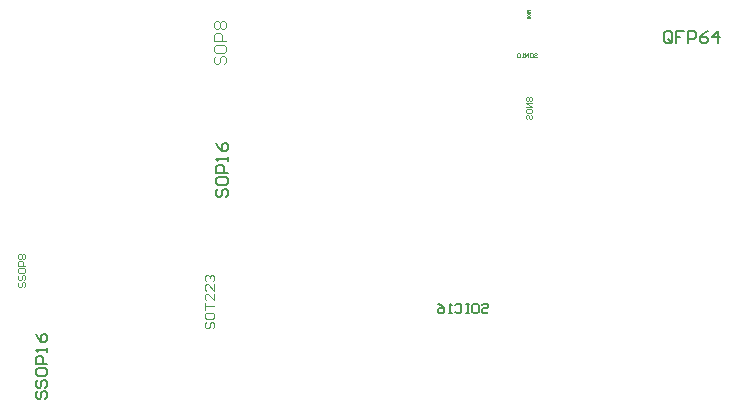
<source format=gm1>
G04*
G04 #@! TF.GenerationSoftware,Altium Limited,Altium Designer,21.2.2 (38)*
G04*
G04 Layer_Color=16711935*
%FSLAX25Y25*%
%MOIN*%
G70*
G04*
G04 #@! TF.SameCoordinates,8CE579DD-E24D-4BF9-88A6-D400C93C7681*
G04*
G04*
G04 #@! TF.FilePolarity,Positive*
G04*
G01*
G75*
%ADD123C,0.00300*%
%ADD124C,0.00200*%
%ADD125C,0.00197*%
%ADD126C,0.00591*%
%ADD127C,0.00700*%
%ADD128C,0.00394*%
D123*
X185721Y131549D02*
X186055Y131216D01*
Y130550D01*
X185721Y130217D01*
X185388D01*
X185055Y130550D01*
Y131216D01*
X184722Y131549D01*
X184388D01*
X184055Y131216D01*
Y130550D01*
X184388Y130217D01*
X186055Y133216D02*
Y132549D01*
X185721Y132216D01*
X184388D01*
X184055Y132549D01*
Y133216D01*
X184388Y133549D01*
X185721D01*
X186055Y133216D01*
X184055Y134215D02*
X186055D01*
X184055Y135548D01*
X186055D01*
X185721Y136215D02*
X186055Y136548D01*
Y137214D01*
X185721Y137548D01*
X185388D01*
X185055Y137214D01*
X184722Y137548D01*
X184388D01*
X184055Y137214D01*
Y136548D01*
X184388Y136215D01*
X184722D01*
X185055Y136548D01*
X185388Y136215D01*
X185721D01*
X185055Y136548D02*
Y137214D01*
D124*
X186894Y152037D02*
X187144Y152287D01*
X187644D01*
X187894Y152037D01*
Y151787D01*
X187644Y151537D01*
X187144D01*
X186894Y151287D01*
Y151037D01*
X187144Y150787D01*
X187644D01*
X187894Y151037D01*
X185644Y152287D02*
X186144D01*
X186394Y152037D01*
Y151037D01*
X186144Y150787D01*
X185644D01*
X185395Y151037D01*
Y152037D01*
X185644Y152287D01*
X184895Y150787D02*
Y152287D01*
X183895Y150787D01*
Y152287D01*
X183395Y150787D02*
X182895D01*
X183145D01*
Y152287D01*
X183395Y152037D01*
X182146D02*
X181896Y152287D01*
X181396D01*
X181146Y152037D01*
Y151037D01*
X181396Y150787D01*
X181896D01*
X182146Y151037D01*
Y152037D01*
D125*
X185195Y164379D02*
X185327Y164248D01*
Y163986D01*
X185195Y163854D01*
X185064D01*
X184933Y163986D01*
Y164248D01*
X184802Y164379D01*
X184671D01*
X184539Y164248D01*
Y163986D01*
X184671Y163854D01*
X185327Y165035D02*
Y164773D01*
X185195Y164641D01*
X184671D01*
X184539Y164773D01*
Y165035D01*
X184671Y165166D01*
X185195D01*
X185327Y165035D01*
X184539Y165429D02*
X185327D01*
X184539Y165953D01*
X185327D01*
Y166741D02*
X185195Y166478D01*
X184933Y166216D01*
X184671D01*
X184539Y166347D01*
Y166609D01*
X184671Y166741D01*
X184802D01*
X184933Y166609D01*
Y166216D01*
D126*
X169456Y68175D02*
X169981Y68700D01*
X171030D01*
X171555Y68175D01*
Y67650D01*
X171030Y67125D01*
X169981D01*
X169456Y66601D01*
Y66076D01*
X169981Y65551D01*
X171030D01*
X171555Y66076D01*
X166832Y68700D02*
X167882D01*
X168406Y68175D01*
Y66076D01*
X167882Y65551D01*
X166832D01*
X166307Y66076D01*
Y68175D01*
X166832Y68700D01*
X165258D02*
X164208D01*
X164733D01*
Y65551D01*
X165258D01*
X164208D01*
X160535Y68175D02*
X161060Y68700D01*
X162109D01*
X162634Y68175D01*
Y66076D01*
X162109Y65551D01*
X161060D01*
X160535Y66076D01*
X159485Y65551D02*
X158436D01*
X158961D01*
Y68700D01*
X159485Y68175D01*
X154763Y68700D02*
X155812Y68175D01*
X156862Y67125D01*
Y66076D01*
X156337Y65551D01*
X155287D01*
X154763Y66076D01*
Y66601D01*
X155287Y67125D01*
X156862D01*
X21342Y39431D02*
X20686Y38775D01*
Y37463D01*
X21342Y36807D01*
X21998D01*
X22654Y37463D01*
Y38775D01*
X23310Y39431D01*
X23966D01*
X24622Y38775D01*
Y37463D01*
X23966Y36807D01*
X21342Y43367D02*
X20686Y42711D01*
Y41399D01*
X21342Y40743D01*
X21998D01*
X22654Y41399D01*
Y42711D01*
X23310Y43367D01*
X23966D01*
X24622Y42711D01*
Y41399D01*
X23966Y40743D01*
X20686Y46646D02*
Y45335D01*
X21342Y44679D01*
X23966D01*
X24622Y45335D01*
Y46646D01*
X23966Y47302D01*
X21342D01*
X20686Y46646D01*
X24622Y48614D02*
X20686D01*
Y50582D01*
X21342Y51238D01*
X22654D01*
X23310Y50582D01*
Y48614D01*
X24622Y52550D02*
Y53862D01*
Y53206D01*
X20686D01*
X21342Y52550D01*
X20686Y58454D02*
X21342Y57142D01*
X22654Y55830D01*
X23966D01*
X24622Y56486D01*
Y57798D01*
X23966Y58454D01*
X23310D01*
X22654Y57798D01*
Y55830D01*
D127*
X232886Y156147D02*
Y158813D01*
X232220Y159479D01*
X230887D01*
X230221Y158813D01*
Y156147D01*
X230887Y155480D01*
X232220D01*
X231553Y156813D02*
X232886Y155480D01*
X232220D02*
X232886Y156147D01*
X236885Y159479D02*
X234219D01*
Y157480D01*
X235552D01*
X234219D01*
Y155480D01*
X238218D02*
Y159479D01*
X240217D01*
X240884Y158813D01*
Y157480D01*
X240217Y156813D01*
X238218D01*
X244882Y159479D02*
X243549Y158813D01*
X242217Y157480D01*
Y156147D01*
X242883Y155480D01*
X244216D01*
X244882Y156147D01*
Y156813D01*
X244216Y157480D01*
X242217D01*
X248215Y155480D02*
Y159479D01*
X246215Y157480D01*
X248881D01*
X81345Y106902D02*
X80678Y106236D01*
Y104903D01*
X81345Y104236D01*
X82011D01*
X82678Y104903D01*
Y106236D01*
X83344Y106902D01*
X84011D01*
X84677Y106236D01*
Y104903D01*
X84011Y104236D01*
X80678Y110234D02*
Y108901D01*
X81345Y108235D01*
X84011D01*
X84677Y108901D01*
Y110234D01*
X84011Y110901D01*
X81345D01*
X80678Y110234D01*
X84677Y112234D02*
X80678D01*
Y114233D01*
X81345Y114899D01*
X82678D01*
X83344Y114233D01*
Y112234D01*
X84677Y116232D02*
Y117565D01*
Y116899D01*
X80678D01*
X81345Y116232D01*
X80678Y122230D02*
X81345Y120897D01*
X82678Y119565D01*
X84011D01*
X84677Y120231D01*
Y121564D01*
X84011Y122230D01*
X83344D01*
X82678Y121564D01*
Y119565D01*
D128*
X80897Y151104D02*
X80241Y150448D01*
Y149136D01*
X80897Y148480D01*
X81553D01*
X82209Y149136D01*
Y150448D01*
X82865Y151104D01*
X83521D01*
X84177Y150448D01*
Y149136D01*
X83521Y148480D01*
X80241Y154384D02*
Y153072D01*
X80897Y152416D01*
X83521D01*
X84177Y153072D01*
Y154384D01*
X83521Y155040D01*
X80897D01*
X80241Y154384D01*
X84177Y156352D02*
X80241D01*
Y158320D01*
X80897Y158976D01*
X82209D01*
X82865Y158320D01*
Y156352D01*
X80897Y160287D02*
X80241Y160943D01*
Y162255D01*
X80897Y162911D01*
X81553D01*
X82209Y162255D01*
X82865Y162911D01*
X83521D01*
X84177Y162255D01*
Y160943D01*
X83521Y160287D01*
X82865D01*
X82209Y160943D01*
X81553Y160287D01*
X80897D01*
X82209Y160943D02*
Y162255D01*
X15280Y75814D02*
X14887Y75421D01*
Y74634D01*
X15280Y74240D01*
X15674D01*
X16067Y74634D01*
Y75421D01*
X16461Y75814D01*
X16854D01*
X17248Y75421D01*
Y74634D01*
X16854Y74240D01*
X15280Y78176D02*
X14887Y77782D01*
Y76995D01*
X15280Y76602D01*
X15674D01*
X16067Y76995D01*
Y77782D01*
X16461Y78176D01*
X16854D01*
X17248Y77782D01*
Y76995D01*
X16854Y76602D01*
X14887Y80144D02*
Y79357D01*
X15280Y78963D01*
X16854D01*
X17248Y79357D01*
Y80144D01*
X16854Y80537D01*
X15280D01*
X14887Y80144D01*
X17248Y81324D02*
X14887D01*
Y82505D01*
X15280Y82899D01*
X16067D01*
X16461Y82505D01*
Y81324D01*
X15280Y83686D02*
X14887Y84079D01*
Y84867D01*
X15280Y85260D01*
X15674D01*
X16067Y84867D01*
X16461Y85260D01*
X16854D01*
X17248Y84867D01*
Y84079D01*
X16854Y83686D01*
X16461D01*
X16067Y84079D01*
X15674Y83686D01*
X15280D01*
X16067Y84079D02*
Y84867D01*
X77616Y62528D02*
X77092Y62003D01*
Y60954D01*
X77616Y60429D01*
X78141D01*
X78666Y60954D01*
Y62003D01*
X79191Y62528D01*
X79715D01*
X80240Y62003D01*
Y60954D01*
X79715Y60429D01*
X77092Y65152D02*
Y64103D01*
X77616Y63578D01*
X79715D01*
X80240Y64103D01*
Y65152D01*
X79715Y65677D01*
X77616D01*
X77092Y65152D01*
Y66726D02*
Y68825D01*
Y67776D01*
X80240D01*
Y71974D02*
Y69875D01*
X78141Y71974D01*
X77616D01*
X77092Y71449D01*
Y70400D01*
X77616Y69875D01*
X80240Y75123D02*
Y73023D01*
X78141Y75123D01*
X77616D01*
X77092Y74598D01*
Y73548D01*
X77616Y73023D01*
Y76172D02*
X77092Y76697D01*
Y77746D01*
X77616Y78271D01*
X78141D01*
X78666Y77746D01*
Y77222D01*
Y77746D01*
X79191Y78271D01*
X79715D01*
X80240Y77746D01*
Y76697D01*
X79715Y76172D01*
M02*

</source>
